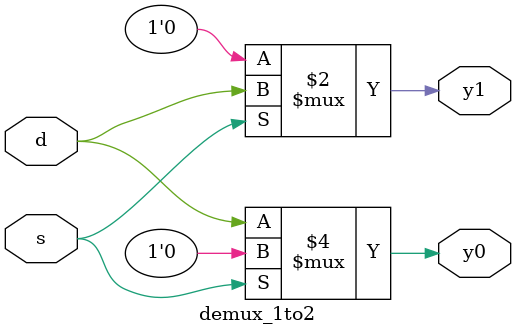
<source format=v>
module demux_1to2(input s,d,output reg y1,y0);
     always@(*) begin 
        y1=s?d:1'b0;
        y0=~s?d:1'b0;
     end 
endmodule


</source>
